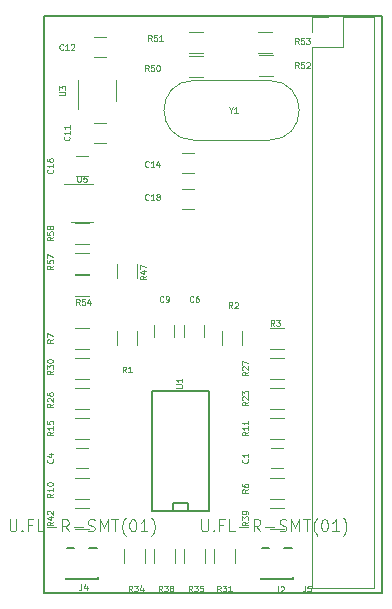
<source format=gto>
G04 #@! TF.FileFunction,Legend,Top*
%FSLAX46Y46*%
G04 Gerber Fmt 4.6, Leading zero omitted, Abs format (unit mm)*
G04 Created by KiCad (PCBNEW 4.0.6) date 08/04/17 15:07:46*
%MOMM*%
%LPD*%
G01*
G04 APERTURE LIST*
%ADD10C,0.100000*%
%ADD11C,0.200000*%
%ADD12C,0.150000*%
%ADD13C,0.120000*%
%ADD14C,0.127000*%
%ADD15C,0.125000*%
%ADD16C,0.050000*%
G04 APERTURE END LIST*
D10*
D11*
X174625000Y-143510000D02*
X172720000Y-143510000D01*
X174625000Y-94615000D02*
X174625000Y-143510000D01*
X146050000Y-94615000D02*
X174625000Y-94615000D01*
X146050000Y-143510000D02*
X146050000Y-94615000D01*
X172720000Y-143510000D02*
X146050000Y-143510000D01*
D12*
X155194000Y-126365000D02*
X160020000Y-126365000D01*
X160020000Y-126365000D02*
X160020000Y-136525000D01*
X160020000Y-136525000D02*
X155194000Y-136525000D01*
X155194000Y-136525000D02*
X155194000Y-126365000D01*
X156972000Y-136525000D02*
X156972000Y-135890000D01*
X156972000Y-135890000D02*
X158242000Y-135890000D01*
X158242000Y-135890000D02*
X158242000Y-136525000D01*
D13*
X159600000Y-121785000D02*
X159600000Y-120785000D01*
X157900000Y-120785000D02*
X157900000Y-121785000D01*
X153915000Y-121320000D02*
X153915000Y-122520000D01*
X152155000Y-122520000D02*
X152155000Y-121320000D01*
X165098000Y-105141000D02*
X158698000Y-105141000D01*
X165098000Y-100091000D02*
X158698000Y-100091000D01*
X165098000Y-100091000D02*
G75*
G02X165098000Y-105141000I0J-2525000D01*
G01*
X158698000Y-100091000D02*
G75*
G03X158698000Y-105141000I0J-2525000D01*
G01*
X166235000Y-131230000D02*
X165235000Y-131230000D01*
X165235000Y-132930000D02*
X166235000Y-132930000D01*
X148325000Y-112100000D02*
X150125000Y-112100000D01*
X150125000Y-108880000D02*
X147675000Y-108880000D01*
X166335000Y-127880000D02*
X165135000Y-127880000D01*
X165135000Y-126120000D02*
X166335000Y-126120000D01*
X166335000Y-122800000D02*
X165135000Y-122800000D01*
X165135000Y-121040000D02*
X166335000Y-121040000D01*
X165135000Y-133740000D02*
X166335000Y-133740000D01*
X166335000Y-135500000D02*
X165135000Y-135500000D01*
X155330000Y-140935000D02*
X155330000Y-139735000D01*
X157090000Y-139735000D02*
X157090000Y-140935000D01*
X165135000Y-136280000D02*
X166335000Y-136280000D01*
X166335000Y-138040000D02*
X165135000Y-138040000D01*
X160410000Y-140935000D02*
X160410000Y-139735000D01*
X162170000Y-139735000D02*
X162170000Y-140935000D01*
X148725000Y-132930000D02*
X149725000Y-132930000D01*
X149725000Y-131230000D02*
X148725000Y-131230000D01*
X157060000Y-121785000D02*
X157060000Y-120785000D01*
X155360000Y-120785000D02*
X155360000Y-121785000D01*
X150249000Y-105371000D02*
X151249000Y-105371000D01*
X151249000Y-103671000D02*
X150249000Y-103671000D01*
X150249000Y-98132000D02*
X151249000Y-98132000D01*
X151249000Y-96432000D02*
X150249000Y-96432000D01*
X157742000Y-107911000D02*
X158742000Y-107911000D01*
X158742000Y-106211000D02*
X157742000Y-106211000D01*
X149725000Y-106465000D02*
X148725000Y-106465000D01*
X148725000Y-108165000D02*
X149725000Y-108165000D01*
X158742000Y-109259000D02*
X157742000Y-109259000D01*
X157742000Y-110959000D02*
X158742000Y-110959000D01*
D14*
X167035000Y-142270000D02*
X164435000Y-142270000D01*
X167065000Y-142170000D02*
X167065000Y-142260000D01*
X164405000Y-142180000D02*
X164405000Y-142270000D01*
X166365000Y-139670000D02*
X167035000Y-139670000D01*
X164435000Y-139670000D02*
X165105000Y-139670000D01*
X150525000Y-142270000D02*
X147925000Y-142270000D01*
X150555000Y-142170000D02*
X150555000Y-142260000D01*
X147895000Y-142180000D02*
X147895000Y-142270000D01*
X149855000Y-139670000D02*
X150525000Y-139670000D01*
X147925000Y-139670000D02*
X148595000Y-139670000D01*
D13*
X162805000Y-121320000D02*
X162805000Y-122520000D01*
X161045000Y-122520000D02*
X161045000Y-121320000D01*
X148625000Y-121040000D02*
X149825000Y-121040000D01*
X149825000Y-122800000D02*
X148625000Y-122800000D01*
X149825000Y-135500000D02*
X148625000Y-135500000D01*
X148625000Y-133740000D02*
X149825000Y-133740000D01*
X166335000Y-130420000D02*
X165135000Y-130420000D01*
X165135000Y-128660000D02*
X166335000Y-128660000D01*
X148625000Y-128660000D02*
X149825000Y-128660000D01*
X149825000Y-130420000D02*
X148625000Y-130420000D01*
X148625000Y-126120000D02*
X149825000Y-126120000D01*
X149825000Y-127880000D02*
X148625000Y-127880000D01*
X165135000Y-123580000D02*
X166335000Y-123580000D01*
X166335000Y-125340000D02*
X165135000Y-125340000D01*
X149825000Y-125340000D02*
X148625000Y-125340000D01*
X148625000Y-123580000D02*
X149825000Y-123580000D01*
X152790000Y-140935000D02*
X152790000Y-139735000D01*
X154550000Y-139735000D02*
X154550000Y-140935000D01*
X157870000Y-140935000D02*
X157870000Y-139735000D01*
X159630000Y-139735000D02*
X159630000Y-140935000D01*
X149825000Y-138040000D02*
X148625000Y-138040000D01*
X148625000Y-136280000D02*
X149825000Y-136280000D01*
X152155000Y-116805000D02*
X152155000Y-115605000D01*
X153915000Y-115605000D02*
X153915000Y-116805000D01*
X158277000Y-98053000D02*
X159477000Y-98053000D01*
X159477000Y-99813000D02*
X158277000Y-99813000D01*
X158277000Y-96021000D02*
X159477000Y-96021000D01*
X159477000Y-97781000D02*
X158277000Y-97781000D01*
X164246000Y-97926000D02*
X165446000Y-97926000D01*
X165446000Y-99686000D02*
X164246000Y-99686000D01*
X164119000Y-96021000D02*
X165319000Y-96021000D01*
X165319000Y-97781000D02*
X164119000Y-97781000D01*
X149825000Y-118355000D02*
X148625000Y-118355000D01*
X148625000Y-116595000D02*
X149825000Y-116595000D01*
X149825000Y-116450000D02*
X148625000Y-116450000D01*
X148625000Y-114690000D02*
X149825000Y-114690000D01*
X148625000Y-112150000D02*
X149825000Y-112150000D01*
X149825000Y-113910000D02*
X148625000Y-113910000D01*
X152105000Y-101865000D02*
X152105000Y-100065000D01*
X148885000Y-100065000D02*
X148885000Y-102515000D01*
X168723000Y-143062000D02*
X173923000Y-143062000D01*
X168723000Y-97282000D02*
X168723000Y-143062000D01*
X173923000Y-94682000D02*
X173923000Y-143062000D01*
X168723000Y-97282000D02*
X171323000Y-97282000D01*
X171323000Y-97282000D02*
X171323000Y-94682000D01*
X171323000Y-94682000D02*
X173923000Y-94682000D01*
X168723000Y-96012000D02*
X168723000Y-94682000D01*
X168723000Y-94682000D02*
X170053000Y-94682000D01*
D15*
X157206190Y-126110952D02*
X157610952Y-126110952D01*
X157658571Y-126087143D01*
X157682381Y-126063333D01*
X157706190Y-126015714D01*
X157706190Y-125920476D01*
X157682381Y-125872857D01*
X157658571Y-125849048D01*
X157610952Y-125825238D01*
X157206190Y-125825238D01*
X157706190Y-125325238D02*
X157706190Y-125610952D01*
X157706190Y-125468095D02*
X157206190Y-125468095D01*
X157277619Y-125515714D01*
X157325238Y-125563333D01*
X157349048Y-125610952D01*
X158666667Y-118796571D02*
X158642857Y-118820381D01*
X158571429Y-118844190D01*
X158523810Y-118844190D01*
X158452381Y-118820381D01*
X158404762Y-118772762D01*
X158380953Y-118725143D01*
X158357143Y-118629905D01*
X158357143Y-118558476D01*
X158380953Y-118463238D01*
X158404762Y-118415619D01*
X158452381Y-118368000D01*
X158523810Y-118344190D01*
X158571429Y-118344190D01*
X158642857Y-118368000D01*
X158666667Y-118391810D01*
X159095238Y-118344190D02*
X159000000Y-118344190D01*
X158952381Y-118368000D01*
X158928572Y-118391810D01*
X158880953Y-118463238D01*
X158857143Y-118558476D01*
X158857143Y-118748952D01*
X158880953Y-118796571D01*
X158904762Y-118820381D01*
X158952381Y-118844190D01*
X159047619Y-118844190D01*
X159095238Y-118820381D01*
X159119048Y-118796571D01*
X159142857Y-118748952D01*
X159142857Y-118629905D01*
X159119048Y-118582286D01*
X159095238Y-118558476D01*
X159047619Y-118534667D01*
X158952381Y-118534667D01*
X158904762Y-118558476D01*
X158880953Y-118582286D01*
X158857143Y-118629905D01*
X152951667Y-124813190D02*
X152785000Y-124575095D01*
X152665953Y-124813190D02*
X152665953Y-124313190D01*
X152856429Y-124313190D01*
X152904048Y-124337000D01*
X152927857Y-124360810D01*
X152951667Y-124408429D01*
X152951667Y-124479857D01*
X152927857Y-124527476D01*
X152904048Y-124551286D01*
X152856429Y-124575095D01*
X152665953Y-124575095D01*
X153427857Y-124813190D02*
X153142143Y-124813190D01*
X153285000Y-124813190D02*
X153285000Y-124313190D01*
X153237381Y-124384619D01*
X153189762Y-124432238D01*
X153142143Y-124456048D01*
X161813906Y-102604095D02*
X161813906Y-102842190D01*
X161647239Y-102342190D02*
X161813906Y-102604095D01*
X161980572Y-102342190D01*
X162409143Y-102842190D02*
X162123429Y-102842190D01*
X162266286Y-102842190D02*
X162266286Y-102342190D01*
X162218667Y-102413619D01*
X162171048Y-102461238D01*
X162123429Y-102485048D01*
X163246571Y-132163333D02*
X163270381Y-132187143D01*
X163294190Y-132258571D01*
X163294190Y-132306190D01*
X163270381Y-132377619D01*
X163222762Y-132425238D01*
X163175143Y-132449047D01*
X163079905Y-132472857D01*
X163008476Y-132472857D01*
X162913238Y-132449047D01*
X162865619Y-132425238D01*
X162818000Y-132377619D01*
X162794190Y-132306190D01*
X162794190Y-132258571D01*
X162818000Y-132187143D01*
X162841810Y-132163333D01*
X163294190Y-131687143D02*
X163294190Y-131972857D01*
X163294190Y-131830000D02*
X162794190Y-131830000D01*
X162865619Y-131877619D01*
X162913238Y-131925238D01*
X162937048Y-131972857D01*
X148844048Y-108184190D02*
X148844048Y-108588952D01*
X148867857Y-108636571D01*
X148891667Y-108660381D01*
X148939286Y-108684190D01*
X149034524Y-108684190D01*
X149082143Y-108660381D01*
X149105952Y-108636571D01*
X149129762Y-108588952D01*
X149129762Y-108184190D01*
X149605953Y-108184190D02*
X149367858Y-108184190D01*
X149344048Y-108422286D01*
X149367858Y-108398476D01*
X149415477Y-108374667D01*
X149534524Y-108374667D01*
X149582143Y-108398476D01*
X149605953Y-108422286D01*
X149629762Y-108469905D01*
X149629762Y-108588952D01*
X149605953Y-108636571D01*
X149582143Y-108660381D01*
X149534524Y-108684190D01*
X149415477Y-108684190D01*
X149367858Y-108660381D01*
X149344048Y-108636571D01*
X163294190Y-127321428D02*
X163056095Y-127488095D01*
X163294190Y-127607142D02*
X162794190Y-127607142D01*
X162794190Y-127416666D01*
X162818000Y-127369047D01*
X162841810Y-127345238D01*
X162889429Y-127321428D01*
X162960857Y-127321428D01*
X163008476Y-127345238D01*
X163032286Y-127369047D01*
X163056095Y-127416666D01*
X163056095Y-127607142D01*
X162841810Y-127130952D02*
X162818000Y-127107142D01*
X162794190Y-127059523D01*
X162794190Y-126940476D01*
X162818000Y-126892857D01*
X162841810Y-126869047D01*
X162889429Y-126845238D01*
X162937048Y-126845238D01*
X163008476Y-126869047D01*
X163294190Y-127154761D01*
X163294190Y-126845238D01*
X162794190Y-126678571D02*
X162794190Y-126369048D01*
X162984667Y-126535714D01*
X162984667Y-126464286D01*
X163008476Y-126416667D01*
X163032286Y-126392857D01*
X163079905Y-126369048D01*
X163198952Y-126369048D01*
X163246571Y-126392857D01*
X163270381Y-126416667D01*
X163294190Y-126464286D01*
X163294190Y-126607143D01*
X163270381Y-126654762D01*
X163246571Y-126678571D01*
X165524667Y-120876190D02*
X165358000Y-120638095D01*
X165238953Y-120876190D02*
X165238953Y-120376190D01*
X165429429Y-120376190D01*
X165477048Y-120400000D01*
X165500857Y-120423810D01*
X165524667Y-120471429D01*
X165524667Y-120542857D01*
X165500857Y-120590476D01*
X165477048Y-120614286D01*
X165429429Y-120638095D01*
X165238953Y-120638095D01*
X165691334Y-120376190D02*
X166000857Y-120376190D01*
X165834191Y-120566667D01*
X165905619Y-120566667D01*
X165953238Y-120590476D01*
X165977048Y-120614286D01*
X166000857Y-120661905D01*
X166000857Y-120780952D01*
X165977048Y-120828571D01*
X165953238Y-120852381D01*
X165905619Y-120876190D01*
X165762762Y-120876190D01*
X165715143Y-120852381D01*
X165691334Y-120828571D01*
X163294190Y-134703333D02*
X163056095Y-134870000D01*
X163294190Y-134989047D02*
X162794190Y-134989047D01*
X162794190Y-134798571D01*
X162818000Y-134750952D01*
X162841810Y-134727143D01*
X162889429Y-134703333D01*
X162960857Y-134703333D01*
X163008476Y-134727143D01*
X163032286Y-134750952D01*
X163056095Y-134798571D01*
X163056095Y-134989047D01*
X162794190Y-134274762D02*
X162794190Y-134370000D01*
X162818000Y-134417619D01*
X162841810Y-134441428D01*
X162913238Y-134489047D01*
X163008476Y-134512857D01*
X163198952Y-134512857D01*
X163246571Y-134489047D01*
X163270381Y-134465238D01*
X163294190Y-134417619D01*
X163294190Y-134322381D01*
X163270381Y-134274762D01*
X163246571Y-134250952D01*
X163198952Y-134227143D01*
X163079905Y-134227143D01*
X163032286Y-134250952D01*
X163008476Y-134274762D01*
X162984667Y-134322381D01*
X162984667Y-134417619D01*
X163008476Y-134465238D01*
X163032286Y-134489047D01*
X163079905Y-134512857D01*
X156015572Y-143355190D02*
X155848905Y-143117095D01*
X155729858Y-143355190D02*
X155729858Y-142855190D01*
X155920334Y-142855190D01*
X155967953Y-142879000D01*
X155991762Y-142902810D01*
X156015572Y-142950429D01*
X156015572Y-143021857D01*
X155991762Y-143069476D01*
X155967953Y-143093286D01*
X155920334Y-143117095D01*
X155729858Y-143117095D01*
X156182239Y-142855190D02*
X156491762Y-142855190D01*
X156325096Y-143045667D01*
X156396524Y-143045667D01*
X156444143Y-143069476D01*
X156467953Y-143093286D01*
X156491762Y-143140905D01*
X156491762Y-143259952D01*
X156467953Y-143307571D01*
X156444143Y-143331381D01*
X156396524Y-143355190D01*
X156253667Y-143355190D01*
X156206048Y-143331381D01*
X156182239Y-143307571D01*
X156777476Y-143069476D02*
X156729857Y-143045667D01*
X156706048Y-143021857D01*
X156682238Y-142974238D01*
X156682238Y-142950429D01*
X156706048Y-142902810D01*
X156729857Y-142879000D01*
X156777476Y-142855190D01*
X156872714Y-142855190D01*
X156920333Y-142879000D01*
X156944143Y-142902810D01*
X156967952Y-142950429D01*
X156967952Y-142974238D01*
X156944143Y-143021857D01*
X156920333Y-143045667D01*
X156872714Y-143069476D01*
X156777476Y-143069476D01*
X156729857Y-143093286D01*
X156706048Y-143117095D01*
X156682238Y-143164714D01*
X156682238Y-143259952D01*
X156706048Y-143307571D01*
X156729857Y-143331381D01*
X156777476Y-143355190D01*
X156872714Y-143355190D01*
X156920333Y-143331381D01*
X156944143Y-143307571D01*
X156967952Y-143259952D01*
X156967952Y-143164714D01*
X156944143Y-143117095D01*
X156920333Y-143093286D01*
X156872714Y-143069476D01*
X163294190Y-137481428D02*
X163056095Y-137648095D01*
X163294190Y-137767142D02*
X162794190Y-137767142D01*
X162794190Y-137576666D01*
X162818000Y-137529047D01*
X162841810Y-137505238D01*
X162889429Y-137481428D01*
X162960857Y-137481428D01*
X163008476Y-137505238D01*
X163032286Y-137529047D01*
X163056095Y-137576666D01*
X163056095Y-137767142D01*
X162794190Y-137314761D02*
X162794190Y-137005238D01*
X162984667Y-137171904D01*
X162984667Y-137100476D01*
X163008476Y-137052857D01*
X163032286Y-137029047D01*
X163079905Y-137005238D01*
X163198952Y-137005238D01*
X163246571Y-137029047D01*
X163270381Y-137052857D01*
X163294190Y-137100476D01*
X163294190Y-137243333D01*
X163270381Y-137290952D01*
X163246571Y-137314761D01*
X163294190Y-136767143D02*
X163294190Y-136671905D01*
X163270381Y-136624286D01*
X163246571Y-136600476D01*
X163175143Y-136552857D01*
X163079905Y-136529048D01*
X162889429Y-136529048D01*
X162841810Y-136552857D01*
X162818000Y-136576667D01*
X162794190Y-136624286D01*
X162794190Y-136719524D01*
X162818000Y-136767143D01*
X162841810Y-136790952D01*
X162889429Y-136814762D01*
X163008476Y-136814762D01*
X163056095Y-136790952D01*
X163079905Y-136767143D01*
X163103714Y-136719524D01*
X163103714Y-136624286D01*
X163079905Y-136576667D01*
X163056095Y-136552857D01*
X163008476Y-136529048D01*
X160968572Y-143355190D02*
X160801905Y-143117095D01*
X160682858Y-143355190D02*
X160682858Y-142855190D01*
X160873334Y-142855190D01*
X160920953Y-142879000D01*
X160944762Y-142902810D01*
X160968572Y-142950429D01*
X160968572Y-143021857D01*
X160944762Y-143069476D01*
X160920953Y-143093286D01*
X160873334Y-143117095D01*
X160682858Y-143117095D01*
X161135239Y-142855190D02*
X161444762Y-142855190D01*
X161278096Y-143045667D01*
X161349524Y-143045667D01*
X161397143Y-143069476D01*
X161420953Y-143093286D01*
X161444762Y-143140905D01*
X161444762Y-143259952D01*
X161420953Y-143307571D01*
X161397143Y-143331381D01*
X161349524Y-143355190D01*
X161206667Y-143355190D01*
X161159048Y-143331381D01*
X161135239Y-143307571D01*
X161920952Y-143355190D02*
X161635238Y-143355190D01*
X161778095Y-143355190D02*
X161778095Y-142855190D01*
X161730476Y-142926619D01*
X161682857Y-142974238D01*
X161635238Y-142998048D01*
X146736571Y-132163333D02*
X146760381Y-132187143D01*
X146784190Y-132258571D01*
X146784190Y-132306190D01*
X146760381Y-132377619D01*
X146712762Y-132425238D01*
X146665143Y-132449047D01*
X146569905Y-132472857D01*
X146498476Y-132472857D01*
X146403238Y-132449047D01*
X146355619Y-132425238D01*
X146308000Y-132377619D01*
X146284190Y-132306190D01*
X146284190Y-132258571D01*
X146308000Y-132187143D01*
X146331810Y-132163333D01*
X146450857Y-131734762D02*
X146784190Y-131734762D01*
X146260381Y-131853809D02*
X146617524Y-131972857D01*
X146617524Y-131663333D01*
X156126667Y-118796571D02*
X156102857Y-118820381D01*
X156031429Y-118844190D01*
X155983810Y-118844190D01*
X155912381Y-118820381D01*
X155864762Y-118772762D01*
X155840953Y-118725143D01*
X155817143Y-118629905D01*
X155817143Y-118558476D01*
X155840953Y-118463238D01*
X155864762Y-118415619D01*
X155912381Y-118368000D01*
X155983810Y-118344190D01*
X156031429Y-118344190D01*
X156102857Y-118368000D01*
X156126667Y-118391810D01*
X156364762Y-118844190D02*
X156460000Y-118844190D01*
X156507619Y-118820381D01*
X156531429Y-118796571D01*
X156579048Y-118725143D01*
X156602857Y-118629905D01*
X156602857Y-118439429D01*
X156579048Y-118391810D01*
X156555238Y-118368000D01*
X156507619Y-118344190D01*
X156412381Y-118344190D01*
X156364762Y-118368000D01*
X156340953Y-118391810D01*
X156317143Y-118439429D01*
X156317143Y-118558476D01*
X156340953Y-118606095D01*
X156364762Y-118629905D01*
X156412381Y-118653714D01*
X156507619Y-118653714D01*
X156555238Y-118629905D01*
X156579048Y-118606095D01*
X156602857Y-118558476D01*
X148133571Y-104842428D02*
X148157381Y-104866238D01*
X148181190Y-104937666D01*
X148181190Y-104985285D01*
X148157381Y-105056714D01*
X148109762Y-105104333D01*
X148062143Y-105128142D01*
X147966905Y-105151952D01*
X147895476Y-105151952D01*
X147800238Y-105128142D01*
X147752619Y-105104333D01*
X147705000Y-105056714D01*
X147681190Y-104985285D01*
X147681190Y-104937666D01*
X147705000Y-104866238D01*
X147728810Y-104842428D01*
X148181190Y-104366238D02*
X148181190Y-104651952D01*
X148181190Y-104509095D02*
X147681190Y-104509095D01*
X147752619Y-104556714D01*
X147800238Y-104604333D01*
X147824048Y-104651952D01*
X148181190Y-103890048D02*
X148181190Y-104175762D01*
X148181190Y-104032905D02*
X147681190Y-104032905D01*
X147752619Y-104080524D01*
X147800238Y-104128143D01*
X147824048Y-104175762D01*
X147633572Y-97460571D02*
X147609762Y-97484381D01*
X147538334Y-97508190D01*
X147490715Y-97508190D01*
X147419286Y-97484381D01*
X147371667Y-97436762D01*
X147347858Y-97389143D01*
X147324048Y-97293905D01*
X147324048Y-97222476D01*
X147347858Y-97127238D01*
X147371667Y-97079619D01*
X147419286Y-97032000D01*
X147490715Y-97008190D01*
X147538334Y-97008190D01*
X147609762Y-97032000D01*
X147633572Y-97055810D01*
X148109762Y-97508190D02*
X147824048Y-97508190D01*
X147966905Y-97508190D02*
X147966905Y-97008190D01*
X147919286Y-97079619D01*
X147871667Y-97127238D01*
X147824048Y-97151048D01*
X148300238Y-97055810D02*
X148324048Y-97032000D01*
X148371667Y-97008190D01*
X148490714Y-97008190D01*
X148538333Y-97032000D01*
X148562143Y-97055810D01*
X148585952Y-97103429D01*
X148585952Y-97151048D01*
X148562143Y-97222476D01*
X148276429Y-97508190D01*
X148585952Y-97508190D01*
X154872572Y-107366571D02*
X154848762Y-107390381D01*
X154777334Y-107414190D01*
X154729715Y-107414190D01*
X154658286Y-107390381D01*
X154610667Y-107342762D01*
X154586858Y-107295143D01*
X154563048Y-107199905D01*
X154563048Y-107128476D01*
X154586858Y-107033238D01*
X154610667Y-106985619D01*
X154658286Y-106938000D01*
X154729715Y-106914190D01*
X154777334Y-106914190D01*
X154848762Y-106938000D01*
X154872572Y-106961810D01*
X155348762Y-107414190D02*
X155063048Y-107414190D01*
X155205905Y-107414190D02*
X155205905Y-106914190D01*
X155158286Y-106985619D01*
X155110667Y-107033238D01*
X155063048Y-107057048D01*
X155777333Y-107080857D02*
X155777333Y-107414190D01*
X155658286Y-106890381D02*
X155539238Y-107247524D01*
X155848762Y-107247524D01*
X146736571Y-107636428D02*
X146760381Y-107660238D01*
X146784190Y-107731666D01*
X146784190Y-107779285D01*
X146760381Y-107850714D01*
X146712762Y-107898333D01*
X146665143Y-107922142D01*
X146569905Y-107945952D01*
X146498476Y-107945952D01*
X146403238Y-107922142D01*
X146355619Y-107898333D01*
X146308000Y-107850714D01*
X146284190Y-107779285D01*
X146284190Y-107731666D01*
X146308000Y-107660238D01*
X146331810Y-107636428D01*
X146784190Y-107160238D02*
X146784190Y-107445952D01*
X146784190Y-107303095D02*
X146284190Y-107303095D01*
X146355619Y-107350714D01*
X146403238Y-107398333D01*
X146427048Y-107445952D01*
X146284190Y-106731667D02*
X146284190Y-106826905D01*
X146308000Y-106874524D01*
X146331810Y-106898333D01*
X146403238Y-106945952D01*
X146498476Y-106969762D01*
X146688952Y-106969762D01*
X146736571Y-106945952D01*
X146760381Y-106922143D01*
X146784190Y-106874524D01*
X146784190Y-106779286D01*
X146760381Y-106731667D01*
X146736571Y-106707857D01*
X146688952Y-106684048D01*
X146569905Y-106684048D01*
X146522286Y-106707857D01*
X146498476Y-106731667D01*
X146474667Y-106779286D01*
X146474667Y-106874524D01*
X146498476Y-106922143D01*
X146522286Y-106945952D01*
X146569905Y-106969762D01*
X154872572Y-110160571D02*
X154848762Y-110184381D01*
X154777334Y-110208190D01*
X154729715Y-110208190D01*
X154658286Y-110184381D01*
X154610667Y-110136762D01*
X154586858Y-110089143D01*
X154563048Y-109993905D01*
X154563048Y-109922476D01*
X154586858Y-109827238D01*
X154610667Y-109779619D01*
X154658286Y-109732000D01*
X154729715Y-109708190D01*
X154777334Y-109708190D01*
X154848762Y-109732000D01*
X154872572Y-109755810D01*
X155348762Y-110208190D02*
X155063048Y-110208190D01*
X155205905Y-110208190D02*
X155205905Y-109708190D01*
X155158286Y-109779619D01*
X155110667Y-109827238D01*
X155063048Y-109851048D01*
X155634476Y-109922476D02*
X155586857Y-109898667D01*
X155563048Y-109874857D01*
X155539238Y-109827238D01*
X155539238Y-109803429D01*
X155563048Y-109755810D01*
X155586857Y-109732000D01*
X155634476Y-109708190D01*
X155729714Y-109708190D01*
X155777333Y-109732000D01*
X155801143Y-109755810D01*
X155824952Y-109803429D01*
X155824952Y-109827238D01*
X155801143Y-109874857D01*
X155777333Y-109898667D01*
X155729714Y-109922476D01*
X155634476Y-109922476D01*
X155586857Y-109946286D01*
X155563048Y-109970095D01*
X155539238Y-110017714D01*
X155539238Y-110112952D01*
X155563048Y-110160571D01*
X155586857Y-110184381D01*
X155634476Y-110208190D01*
X155729714Y-110208190D01*
X155777333Y-110184381D01*
X155801143Y-110160571D01*
X155824952Y-110112952D01*
X155824952Y-110017714D01*
X155801143Y-109970095D01*
X155777333Y-109946286D01*
X155729714Y-109922476D01*
X165828334Y-142931190D02*
X165828334Y-143288333D01*
X165804524Y-143359762D01*
X165756905Y-143407381D01*
X165685477Y-143431190D01*
X165637858Y-143431190D01*
X166042619Y-142978810D02*
X166066429Y-142955000D01*
X166114048Y-142931190D01*
X166233095Y-142931190D01*
X166280714Y-142955000D01*
X166304524Y-142978810D01*
X166328333Y-143026429D01*
X166328333Y-143074048D01*
X166304524Y-143145476D01*
X166018810Y-143431190D01*
X166328333Y-143431190D01*
D16*
X159338143Y-137247381D02*
X159338143Y-138056905D01*
X159385762Y-138152143D01*
X159433381Y-138199762D01*
X159528619Y-138247381D01*
X159719096Y-138247381D01*
X159814334Y-138199762D01*
X159861953Y-138152143D01*
X159909572Y-138056905D01*
X159909572Y-137247381D01*
X160385762Y-138152143D02*
X160433381Y-138199762D01*
X160385762Y-138247381D01*
X160338143Y-138199762D01*
X160385762Y-138152143D01*
X160385762Y-138247381D01*
X161195286Y-137723571D02*
X160861952Y-137723571D01*
X160861952Y-138247381D02*
X160861952Y-137247381D01*
X161338143Y-137247381D01*
X162195286Y-138247381D02*
X161719095Y-138247381D01*
X161719095Y-137247381D01*
X162528619Y-137866429D02*
X163290524Y-137866429D01*
X164338143Y-138247381D02*
X164004809Y-137771190D01*
X163766714Y-138247381D02*
X163766714Y-137247381D01*
X164147667Y-137247381D01*
X164242905Y-137295000D01*
X164290524Y-137342619D01*
X164338143Y-137437857D01*
X164338143Y-137580714D01*
X164290524Y-137675952D01*
X164242905Y-137723571D01*
X164147667Y-137771190D01*
X163766714Y-137771190D01*
X164766714Y-137866429D02*
X165528619Y-137866429D01*
X165957190Y-138199762D02*
X166100047Y-138247381D01*
X166338143Y-138247381D01*
X166433381Y-138199762D01*
X166481000Y-138152143D01*
X166528619Y-138056905D01*
X166528619Y-137961667D01*
X166481000Y-137866429D01*
X166433381Y-137818810D01*
X166338143Y-137771190D01*
X166147666Y-137723571D01*
X166052428Y-137675952D01*
X166004809Y-137628333D01*
X165957190Y-137533095D01*
X165957190Y-137437857D01*
X166004809Y-137342619D01*
X166052428Y-137295000D01*
X166147666Y-137247381D01*
X166385762Y-137247381D01*
X166528619Y-137295000D01*
X166957190Y-138247381D02*
X166957190Y-137247381D01*
X167290524Y-137961667D01*
X167623857Y-137247381D01*
X167623857Y-138247381D01*
X167957190Y-137247381D02*
X168528619Y-137247381D01*
X168242904Y-138247381D02*
X168242904Y-137247381D01*
X169147667Y-138628333D02*
X169100047Y-138580714D01*
X169004809Y-138437857D01*
X168957190Y-138342619D01*
X168909571Y-138199762D01*
X168861952Y-137961667D01*
X168861952Y-137771190D01*
X168909571Y-137533095D01*
X168957190Y-137390238D01*
X169004809Y-137295000D01*
X169100047Y-137152143D01*
X169147667Y-137104524D01*
X169719095Y-137247381D02*
X169814334Y-137247381D01*
X169909572Y-137295000D01*
X169957191Y-137342619D01*
X170004810Y-137437857D01*
X170052429Y-137628333D01*
X170052429Y-137866429D01*
X170004810Y-138056905D01*
X169957191Y-138152143D01*
X169909572Y-138199762D01*
X169814334Y-138247381D01*
X169719095Y-138247381D01*
X169623857Y-138199762D01*
X169576238Y-138152143D01*
X169528619Y-138056905D01*
X169481000Y-137866429D01*
X169481000Y-137628333D01*
X169528619Y-137437857D01*
X169576238Y-137342619D01*
X169623857Y-137295000D01*
X169719095Y-137247381D01*
X171004810Y-138247381D02*
X170433381Y-138247381D01*
X170719095Y-138247381D02*
X170719095Y-137247381D01*
X170623857Y-137390238D01*
X170528619Y-137485476D01*
X170433381Y-137533095D01*
X171338143Y-138628333D02*
X171385762Y-138580714D01*
X171481000Y-138437857D01*
X171528619Y-138342619D01*
X171576238Y-138199762D01*
X171623857Y-137961667D01*
X171623857Y-137771190D01*
X171576238Y-137533095D01*
X171528619Y-137390238D01*
X171481000Y-137295000D01*
X171385762Y-137152143D01*
X171338143Y-137104524D01*
D15*
X149185334Y-142728190D02*
X149185334Y-143085333D01*
X149161524Y-143156762D01*
X149113905Y-143204381D01*
X149042477Y-143228190D01*
X148994858Y-143228190D01*
X149637714Y-142894857D02*
X149637714Y-143228190D01*
X149518667Y-142704381D02*
X149399619Y-143061524D01*
X149709143Y-143061524D01*
D16*
X143107143Y-137257381D02*
X143107143Y-138066905D01*
X143154762Y-138162143D01*
X143202381Y-138209762D01*
X143297619Y-138257381D01*
X143488096Y-138257381D01*
X143583334Y-138209762D01*
X143630953Y-138162143D01*
X143678572Y-138066905D01*
X143678572Y-137257381D01*
X144154762Y-138162143D02*
X144202381Y-138209762D01*
X144154762Y-138257381D01*
X144107143Y-138209762D01*
X144154762Y-138162143D01*
X144154762Y-138257381D01*
X144964286Y-137733571D02*
X144630952Y-137733571D01*
X144630952Y-138257381D02*
X144630952Y-137257381D01*
X145107143Y-137257381D01*
X145964286Y-138257381D02*
X145488095Y-138257381D01*
X145488095Y-137257381D01*
X146297619Y-137876429D02*
X147059524Y-137876429D01*
X148107143Y-138257381D02*
X147773809Y-137781190D01*
X147535714Y-138257381D02*
X147535714Y-137257381D01*
X147916667Y-137257381D01*
X148011905Y-137305000D01*
X148059524Y-137352619D01*
X148107143Y-137447857D01*
X148107143Y-137590714D01*
X148059524Y-137685952D01*
X148011905Y-137733571D01*
X147916667Y-137781190D01*
X147535714Y-137781190D01*
X148535714Y-137876429D02*
X149297619Y-137876429D01*
X149726190Y-138209762D02*
X149869047Y-138257381D01*
X150107143Y-138257381D01*
X150202381Y-138209762D01*
X150250000Y-138162143D01*
X150297619Y-138066905D01*
X150297619Y-137971667D01*
X150250000Y-137876429D01*
X150202381Y-137828810D01*
X150107143Y-137781190D01*
X149916666Y-137733571D01*
X149821428Y-137685952D01*
X149773809Y-137638333D01*
X149726190Y-137543095D01*
X149726190Y-137447857D01*
X149773809Y-137352619D01*
X149821428Y-137305000D01*
X149916666Y-137257381D01*
X150154762Y-137257381D01*
X150297619Y-137305000D01*
X150726190Y-138257381D02*
X150726190Y-137257381D01*
X151059524Y-137971667D01*
X151392857Y-137257381D01*
X151392857Y-138257381D01*
X151726190Y-137257381D02*
X152297619Y-137257381D01*
X152011904Y-138257381D02*
X152011904Y-137257381D01*
X152916667Y-138638333D02*
X152869047Y-138590714D01*
X152773809Y-138447857D01*
X152726190Y-138352619D01*
X152678571Y-138209762D01*
X152630952Y-137971667D01*
X152630952Y-137781190D01*
X152678571Y-137543095D01*
X152726190Y-137400238D01*
X152773809Y-137305000D01*
X152869047Y-137162143D01*
X152916667Y-137114524D01*
X153488095Y-137257381D02*
X153583334Y-137257381D01*
X153678572Y-137305000D01*
X153726191Y-137352619D01*
X153773810Y-137447857D01*
X153821429Y-137638333D01*
X153821429Y-137876429D01*
X153773810Y-138066905D01*
X153726191Y-138162143D01*
X153678572Y-138209762D01*
X153583334Y-138257381D01*
X153488095Y-138257381D01*
X153392857Y-138209762D01*
X153345238Y-138162143D01*
X153297619Y-138066905D01*
X153250000Y-137876429D01*
X153250000Y-137638333D01*
X153297619Y-137447857D01*
X153345238Y-137352619D01*
X153392857Y-137305000D01*
X153488095Y-137257381D01*
X154773810Y-138257381D02*
X154202381Y-138257381D01*
X154488095Y-138257381D02*
X154488095Y-137257381D01*
X154392857Y-137400238D01*
X154297619Y-137495476D01*
X154202381Y-137543095D01*
X155107143Y-138638333D02*
X155154762Y-138590714D01*
X155250000Y-138447857D01*
X155297619Y-138352619D01*
X155345238Y-138209762D01*
X155392857Y-137971667D01*
X155392857Y-137781190D01*
X155345238Y-137543095D01*
X155297619Y-137400238D01*
X155250000Y-137305000D01*
X155154762Y-137162143D01*
X155107143Y-137114524D01*
D15*
X161968667Y-119352190D02*
X161802000Y-119114095D01*
X161682953Y-119352190D02*
X161682953Y-118852190D01*
X161873429Y-118852190D01*
X161921048Y-118876000D01*
X161944857Y-118899810D01*
X161968667Y-118947429D01*
X161968667Y-119018857D01*
X161944857Y-119066476D01*
X161921048Y-119090286D01*
X161873429Y-119114095D01*
X161682953Y-119114095D01*
X162159143Y-118899810D02*
X162182953Y-118876000D01*
X162230572Y-118852190D01*
X162349619Y-118852190D01*
X162397238Y-118876000D01*
X162421048Y-118899810D01*
X162444857Y-118947429D01*
X162444857Y-118995048D01*
X162421048Y-119066476D01*
X162135334Y-119352190D01*
X162444857Y-119352190D01*
X146784190Y-122003333D02*
X146546095Y-122170000D01*
X146784190Y-122289047D02*
X146284190Y-122289047D01*
X146284190Y-122098571D01*
X146308000Y-122050952D01*
X146331810Y-122027143D01*
X146379429Y-122003333D01*
X146450857Y-122003333D01*
X146498476Y-122027143D01*
X146522286Y-122050952D01*
X146546095Y-122098571D01*
X146546095Y-122289047D01*
X146284190Y-121836666D02*
X146284190Y-121503333D01*
X146784190Y-121717619D01*
X146784190Y-135068428D02*
X146546095Y-135235095D01*
X146784190Y-135354142D02*
X146284190Y-135354142D01*
X146284190Y-135163666D01*
X146308000Y-135116047D01*
X146331810Y-135092238D01*
X146379429Y-135068428D01*
X146450857Y-135068428D01*
X146498476Y-135092238D01*
X146522286Y-135116047D01*
X146546095Y-135163666D01*
X146546095Y-135354142D01*
X146784190Y-134592238D02*
X146784190Y-134877952D01*
X146784190Y-134735095D02*
X146284190Y-134735095D01*
X146355619Y-134782714D01*
X146403238Y-134830333D01*
X146427048Y-134877952D01*
X146284190Y-134282714D02*
X146284190Y-134235095D01*
X146308000Y-134187476D01*
X146331810Y-134163667D01*
X146379429Y-134139857D01*
X146474667Y-134116048D01*
X146593714Y-134116048D01*
X146688952Y-134139857D01*
X146736571Y-134163667D01*
X146760381Y-134187476D01*
X146784190Y-134235095D01*
X146784190Y-134282714D01*
X146760381Y-134330333D01*
X146736571Y-134354143D01*
X146688952Y-134377952D01*
X146593714Y-134401762D01*
X146474667Y-134401762D01*
X146379429Y-134377952D01*
X146331810Y-134354143D01*
X146308000Y-134330333D01*
X146284190Y-134282714D01*
X163294190Y-129861428D02*
X163056095Y-130028095D01*
X163294190Y-130147142D02*
X162794190Y-130147142D01*
X162794190Y-129956666D01*
X162818000Y-129909047D01*
X162841810Y-129885238D01*
X162889429Y-129861428D01*
X162960857Y-129861428D01*
X163008476Y-129885238D01*
X163032286Y-129909047D01*
X163056095Y-129956666D01*
X163056095Y-130147142D01*
X163294190Y-129385238D02*
X163294190Y-129670952D01*
X163294190Y-129528095D02*
X162794190Y-129528095D01*
X162865619Y-129575714D01*
X162913238Y-129623333D01*
X162937048Y-129670952D01*
X163294190Y-128909048D02*
X163294190Y-129194762D01*
X163294190Y-129051905D02*
X162794190Y-129051905D01*
X162865619Y-129099524D01*
X162913238Y-129147143D01*
X162937048Y-129194762D01*
X146784190Y-129861428D02*
X146546095Y-130028095D01*
X146784190Y-130147142D02*
X146284190Y-130147142D01*
X146284190Y-129956666D01*
X146308000Y-129909047D01*
X146331810Y-129885238D01*
X146379429Y-129861428D01*
X146450857Y-129861428D01*
X146498476Y-129885238D01*
X146522286Y-129909047D01*
X146546095Y-129956666D01*
X146546095Y-130147142D01*
X146784190Y-129385238D02*
X146784190Y-129670952D01*
X146784190Y-129528095D02*
X146284190Y-129528095D01*
X146355619Y-129575714D01*
X146403238Y-129623333D01*
X146427048Y-129670952D01*
X146284190Y-128932857D02*
X146284190Y-129170952D01*
X146522286Y-129194762D01*
X146498476Y-129170952D01*
X146474667Y-129123333D01*
X146474667Y-129004286D01*
X146498476Y-128956667D01*
X146522286Y-128932857D01*
X146569905Y-128909048D01*
X146688952Y-128909048D01*
X146736571Y-128932857D01*
X146760381Y-128956667D01*
X146784190Y-129004286D01*
X146784190Y-129123333D01*
X146760381Y-129170952D01*
X146736571Y-129194762D01*
X146784190Y-127448428D02*
X146546095Y-127615095D01*
X146784190Y-127734142D02*
X146284190Y-127734142D01*
X146284190Y-127543666D01*
X146308000Y-127496047D01*
X146331810Y-127472238D01*
X146379429Y-127448428D01*
X146450857Y-127448428D01*
X146498476Y-127472238D01*
X146522286Y-127496047D01*
X146546095Y-127543666D01*
X146546095Y-127734142D01*
X146331810Y-127257952D02*
X146308000Y-127234142D01*
X146284190Y-127186523D01*
X146284190Y-127067476D01*
X146308000Y-127019857D01*
X146331810Y-126996047D01*
X146379429Y-126972238D01*
X146427048Y-126972238D01*
X146498476Y-126996047D01*
X146784190Y-127281761D01*
X146784190Y-126972238D01*
X146284190Y-126543667D02*
X146284190Y-126638905D01*
X146308000Y-126686524D01*
X146331810Y-126710333D01*
X146403238Y-126757952D01*
X146498476Y-126781762D01*
X146688952Y-126781762D01*
X146736571Y-126757952D01*
X146760381Y-126734143D01*
X146784190Y-126686524D01*
X146784190Y-126591286D01*
X146760381Y-126543667D01*
X146736571Y-126519857D01*
X146688952Y-126496048D01*
X146569905Y-126496048D01*
X146522286Y-126519857D01*
X146498476Y-126543667D01*
X146474667Y-126591286D01*
X146474667Y-126686524D01*
X146498476Y-126734143D01*
X146522286Y-126757952D01*
X146569905Y-126781762D01*
X163294190Y-124781428D02*
X163056095Y-124948095D01*
X163294190Y-125067142D02*
X162794190Y-125067142D01*
X162794190Y-124876666D01*
X162818000Y-124829047D01*
X162841810Y-124805238D01*
X162889429Y-124781428D01*
X162960857Y-124781428D01*
X163008476Y-124805238D01*
X163032286Y-124829047D01*
X163056095Y-124876666D01*
X163056095Y-125067142D01*
X162841810Y-124590952D02*
X162818000Y-124567142D01*
X162794190Y-124519523D01*
X162794190Y-124400476D01*
X162818000Y-124352857D01*
X162841810Y-124329047D01*
X162889429Y-124305238D01*
X162937048Y-124305238D01*
X163008476Y-124329047D01*
X163294190Y-124614761D01*
X163294190Y-124305238D01*
X162794190Y-124138571D02*
X162794190Y-123805238D01*
X163294190Y-124019524D01*
X146784190Y-124654428D02*
X146546095Y-124821095D01*
X146784190Y-124940142D02*
X146284190Y-124940142D01*
X146284190Y-124749666D01*
X146308000Y-124702047D01*
X146331810Y-124678238D01*
X146379429Y-124654428D01*
X146450857Y-124654428D01*
X146498476Y-124678238D01*
X146522286Y-124702047D01*
X146546095Y-124749666D01*
X146546095Y-124940142D01*
X146284190Y-124487761D02*
X146284190Y-124178238D01*
X146474667Y-124344904D01*
X146474667Y-124273476D01*
X146498476Y-124225857D01*
X146522286Y-124202047D01*
X146569905Y-124178238D01*
X146688952Y-124178238D01*
X146736571Y-124202047D01*
X146760381Y-124225857D01*
X146784190Y-124273476D01*
X146784190Y-124416333D01*
X146760381Y-124463952D01*
X146736571Y-124487761D01*
X146284190Y-123868714D02*
X146284190Y-123821095D01*
X146308000Y-123773476D01*
X146331810Y-123749667D01*
X146379429Y-123725857D01*
X146474667Y-123702048D01*
X146593714Y-123702048D01*
X146688952Y-123725857D01*
X146736571Y-123749667D01*
X146760381Y-123773476D01*
X146784190Y-123821095D01*
X146784190Y-123868714D01*
X146760381Y-123916333D01*
X146736571Y-123940143D01*
X146688952Y-123963952D01*
X146593714Y-123987762D01*
X146474667Y-123987762D01*
X146379429Y-123963952D01*
X146331810Y-123940143D01*
X146308000Y-123916333D01*
X146284190Y-123868714D01*
X153475572Y-143355190D02*
X153308905Y-143117095D01*
X153189858Y-143355190D02*
X153189858Y-142855190D01*
X153380334Y-142855190D01*
X153427953Y-142879000D01*
X153451762Y-142902810D01*
X153475572Y-142950429D01*
X153475572Y-143021857D01*
X153451762Y-143069476D01*
X153427953Y-143093286D01*
X153380334Y-143117095D01*
X153189858Y-143117095D01*
X153642239Y-142855190D02*
X153951762Y-142855190D01*
X153785096Y-143045667D01*
X153856524Y-143045667D01*
X153904143Y-143069476D01*
X153927953Y-143093286D01*
X153951762Y-143140905D01*
X153951762Y-143259952D01*
X153927953Y-143307571D01*
X153904143Y-143331381D01*
X153856524Y-143355190D01*
X153713667Y-143355190D01*
X153666048Y-143331381D01*
X153642239Y-143307571D01*
X154380333Y-143021857D02*
X154380333Y-143355190D01*
X154261286Y-142831381D02*
X154142238Y-143188524D01*
X154451762Y-143188524D01*
X158555572Y-143355190D02*
X158388905Y-143117095D01*
X158269858Y-143355190D02*
X158269858Y-142855190D01*
X158460334Y-142855190D01*
X158507953Y-142879000D01*
X158531762Y-142902810D01*
X158555572Y-142950429D01*
X158555572Y-143021857D01*
X158531762Y-143069476D01*
X158507953Y-143093286D01*
X158460334Y-143117095D01*
X158269858Y-143117095D01*
X158722239Y-142855190D02*
X159031762Y-142855190D01*
X158865096Y-143045667D01*
X158936524Y-143045667D01*
X158984143Y-143069476D01*
X159007953Y-143093286D01*
X159031762Y-143140905D01*
X159031762Y-143259952D01*
X159007953Y-143307571D01*
X158984143Y-143331381D01*
X158936524Y-143355190D01*
X158793667Y-143355190D01*
X158746048Y-143331381D01*
X158722239Y-143307571D01*
X159484143Y-142855190D02*
X159246048Y-142855190D01*
X159222238Y-143093286D01*
X159246048Y-143069476D01*
X159293667Y-143045667D01*
X159412714Y-143045667D01*
X159460333Y-143069476D01*
X159484143Y-143093286D01*
X159507952Y-143140905D01*
X159507952Y-143259952D01*
X159484143Y-143307571D01*
X159460333Y-143331381D01*
X159412714Y-143355190D01*
X159293667Y-143355190D01*
X159246048Y-143331381D01*
X159222238Y-143307571D01*
X146784190Y-137481428D02*
X146546095Y-137648095D01*
X146784190Y-137767142D02*
X146284190Y-137767142D01*
X146284190Y-137576666D01*
X146308000Y-137529047D01*
X146331810Y-137505238D01*
X146379429Y-137481428D01*
X146450857Y-137481428D01*
X146498476Y-137505238D01*
X146522286Y-137529047D01*
X146546095Y-137576666D01*
X146546095Y-137767142D01*
X146450857Y-137052857D02*
X146784190Y-137052857D01*
X146260381Y-137171904D02*
X146617524Y-137290952D01*
X146617524Y-136981428D01*
X146331810Y-136814762D02*
X146308000Y-136790952D01*
X146284190Y-136743333D01*
X146284190Y-136624286D01*
X146308000Y-136576667D01*
X146331810Y-136552857D01*
X146379429Y-136529048D01*
X146427048Y-136529048D01*
X146498476Y-136552857D01*
X146784190Y-136838571D01*
X146784190Y-136529048D01*
X154658190Y-116653428D02*
X154420095Y-116820095D01*
X154658190Y-116939142D02*
X154158190Y-116939142D01*
X154158190Y-116748666D01*
X154182000Y-116701047D01*
X154205810Y-116677238D01*
X154253429Y-116653428D01*
X154324857Y-116653428D01*
X154372476Y-116677238D01*
X154396286Y-116701047D01*
X154420095Y-116748666D01*
X154420095Y-116939142D01*
X154324857Y-116224857D02*
X154658190Y-116224857D01*
X154134381Y-116343904D02*
X154491524Y-116462952D01*
X154491524Y-116153428D01*
X154158190Y-116010571D02*
X154158190Y-115677238D01*
X154658190Y-115891524D01*
X154872572Y-99286190D02*
X154705905Y-99048095D01*
X154586858Y-99286190D02*
X154586858Y-98786190D01*
X154777334Y-98786190D01*
X154824953Y-98810000D01*
X154848762Y-98833810D01*
X154872572Y-98881429D01*
X154872572Y-98952857D01*
X154848762Y-99000476D01*
X154824953Y-99024286D01*
X154777334Y-99048095D01*
X154586858Y-99048095D01*
X155324953Y-98786190D02*
X155086858Y-98786190D01*
X155063048Y-99024286D01*
X155086858Y-99000476D01*
X155134477Y-98976667D01*
X155253524Y-98976667D01*
X155301143Y-99000476D01*
X155324953Y-99024286D01*
X155348762Y-99071905D01*
X155348762Y-99190952D01*
X155324953Y-99238571D01*
X155301143Y-99262381D01*
X155253524Y-99286190D01*
X155134477Y-99286190D01*
X155086858Y-99262381D01*
X155063048Y-99238571D01*
X155658286Y-98786190D02*
X155705905Y-98786190D01*
X155753524Y-98810000D01*
X155777333Y-98833810D01*
X155801143Y-98881429D01*
X155824952Y-98976667D01*
X155824952Y-99095714D01*
X155801143Y-99190952D01*
X155777333Y-99238571D01*
X155753524Y-99262381D01*
X155705905Y-99286190D01*
X155658286Y-99286190D01*
X155610667Y-99262381D01*
X155586857Y-99238571D01*
X155563048Y-99190952D01*
X155539238Y-99095714D01*
X155539238Y-98976667D01*
X155563048Y-98881429D01*
X155586857Y-98833810D01*
X155610667Y-98810000D01*
X155658286Y-98786190D01*
X155126572Y-96746190D02*
X154959905Y-96508095D01*
X154840858Y-96746190D02*
X154840858Y-96246190D01*
X155031334Y-96246190D01*
X155078953Y-96270000D01*
X155102762Y-96293810D01*
X155126572Y-96341429D01*
X155126572Y-96412857D01*
X155102762Y-96460476D01*
X155078953Y-96484286D01*
X155031334Y-96508095D01*
X154840858Y-96508095D01*
X155578953Y-96246190D02*
X155340858Y-96246190D01*
X155317048Y-96484286D01*
X155340858Y-96460476D01*
X155388477Y-96436667D01*
X155507524Y-96436667D01*
X155555143Y-96460476D01*
X155578953Y-96484286D01*
X155602762Y-96531905D01*
X155602762Y-96650952D01*
X155578953Y-96698571D01*
X155555143Y-96722381D01*
X155507524Y-96746190D01*
X155388477Y-96746190D01*
X155340858Y-96722381D01*
X155317048Y-96698571D01*
X156078952Y-96746190D02*
X155793238Y-96746190D01*
X155936095Y-96746190D02*
X155936095Y-96246190D01*
X155888476Y-96317619D01*
X155840857Y-96365238D01*
X155793238Y-96389048D01*
X167572572Y-99032190D02*
X167405905Y-98794095D01*
X167286858Y-99032190D02*
X167286858Y-98532190D01*
X167477334Y-98532190D01*
X167524953Y-98556000D01*
X167548762Y-98579810D01*
X167572572Y-98627429D01*
X167572572Y-98698857D01*
X167548762Y-98746476D01*
X167524953Y-98770286D01*
X167477334Y-98794095D01*
X167286858Y-98794095D01*
X168024953Y-98532190D02*
X167786858Y-98532190D01*
X167763048Y-98770286D01*
X167786858Y-98746476D01*
X167834477Y-98722667D01*
X167953524Y-98722667D01*
X168001143Y-98746476D01*
X168024953Y-98770286D01*
X168048762Y-98817905D01*
X168048762Y-98936952D01*
X168024953Y-98984571D01*
X168001143Y-99008381D01*
X167953524Y-99032190D01*
X167834477Y-99032190D01*
X167786858Y-99008381D01*
X167763048Y-98984571D01*
X168239238Y-98579810D02*
X168263048Y-98556000D01*
X168310667Y-98532190D01*
X168429714Y-98532190D01*
X168477333Y-98556000D01*
X168501143Y-98579810D01*
X168524952Y-98627429D01*
X168524952Y-98675048D01*
X168501143Y-98746476D01*
X168215429Y-99032190D01*
X168524952Y-99032190D01*
X167572572Y-97000190D02*
X167405905Y-96762095D01*
X167286858Y-97000190D02*
X167286858Y-96500190D01*
X167477334Y-96500190D01*
X167524953Y-96524000D01*
X167548762Y-96547810D01*
X167572572Y-96595429D01*
X167572572Y-96666857D01*
X167548762Y-96714476D01*
X167524953Y-96738286D01*
X167477334Y-96762095D01*
X167286858Y-96762095D01*
X168024953Y-96500190D02*
X167786858Y-96500190D01*
X167763048Y-96738286D01*
X167786858Y-96714476D01*
X167834477Y-96690667D01*
X167953524Y-96690667D01*
X168001143Y-96714476D01*
X168024953Y-96738286D01*
X168048762Y-96785905D01*
X168048762Y-96904952D01*
X168024953Y-96952571D01*
X168001143Y-96976381D01*
X167953524Y-97000190D01*
X167834477Y-97000190D01*
X167786858Y-96976381D01*
X167763048Y-96952571D01*
X168215429Y-96500190D02*
X168524952Y-96500190D01*
X168358286Y-96690667D01*
X168429714Y-96690667D01*
X168477333Y-96714476D01*
X168501143Y-96738286D01*
X168524952Y-96785905D01*
X168524952Y-96904952D01*
X168501143Y-96952571D01*
X168477333Y-96976381D01*
X168429714Y-97000190D01*
X168286857Y-97000190D01*
X168239238Y-96976381D01*
X168215429Y-96952571D01*
X149030572Y-119098190D02*
X148863905Y-118860095D01*
X148744858Y-119098190D02*
X148744858Y-118598190D01*
X148935334Y-118598190D01*
X148982953Y-118622000D01*
X149006762Y-118645810D01*
X149030572Y-118693429D01*
X149030572Y-118764857D01*
X149006762Y-118812476D01*
X148982953Y-118836286D01*
X148935334Y-118860095D01*
X148744858Y-118860095D01*
X149482953Y-118598190D02*
X149244858Y-118598190D01*
X149221048Y-118836286D01*
X149244858Y-118812476D01*
X149292477Y-118788667D01*
X149411524Y-118788667D01*
X149459143Y-118812476D01*
X149482953Y-118836286D01*
X149506762Y-118883905D01*
X149506762Y-119002952D01*
X149482953Y-119050571D01*
X149459143Y-119074381D01*
X149411524Y-119098190D01*
X149292477Y-119098190D01*
X149244858Y-119074381D01*
X149221048Y-119050571D01*
X149935333Y-118764857D02*
X149935333Y-119098190D01*
X149816286Y-118574381D02*
X149697238Y-118931524D01*
X150006762Y-118931524D01*
X146784190Y-115764428D02*
X146546095Y-115931095D01*
X146784190Y-116050142D02*
X146284190Y-116050142D01*
X146284190Y-115859666D01*
X146308000Y-115812047D01*
X146331810Y-115788238D01*
X146379429Y-115764428D01*
X146450857Y-115764428D01*
X146498476Y-115788238D01*
X146522286Y-115812047D01*
X146546095Y-115859666D01*
X146546095Y-116050142D01*
X146284190Y-115312047D02*
X146284190Y-115550142D01*
X146522286Y-115573952D01*
X146498476Y-115550142D01*
X146474667Y-115502523D01*
X146474667Y-115383476D01*
X146498476Y-115335857D01*
X146522286Y-115312047D01*
X146569905Y-115288238D01*
X146688952Y-115288238D01*
X146736571Y-115312047D01*
X146760381Y-115335857D01*
X146784190Y-115383476D01*
X146784190Y-115502523D01*
X146760381Y-115550142D01*
X146736571Y-115573952D01*
X146284190Y-115121571D02*
X146284190Y-114788238D01*
X146784190Y-115002524D01*
X146784190Y-113351428D02*
X146546095Y-113518095D01*
X146784190Y-113637142D02*
X146284190Y-113637142D01*
X146284190Y-113446666D01*
X146308000Y-113399047D01*
X146331810Y-113375238D01*
X146379429Y-113351428D01*
X146450857Y-113351428D01*
X146498476Y-113375238D01*
X146522286Y-113399047D01*
X146546095Y-113446666D01*
X146546095Y-113637142D01*
X146284190Y-112899047D02*
X146284190Y-113137142D01*
X146522286Y-113160952D01*
X146498476Y-113137142D01*
X146474667Y-113089523D01*
X146474667Y-112970476D01*
X146498476Y-112922857D01*
X146522286Y-112899047D01*
X146569905Y-112875238D01*
X146688952Y-112875238D01*
X146736571Y-112899047D01*
X146760381Y-112922857D01*
X146784190Y-112970476D01*
X146784190Y-113089523D01*
X146760381Y-113137142D01*
X146736571Y-113160952D01*
X146498476Y-112589524D02*
X146474667Y-112637143D01*
X146450857Y-112660952D01*
X146403238Y-112684762D01*
X146379429Y-112684762D01*
X146331810Y-112660952D01*
X146308000Y-112637143D01*
X146284190Y-112589524D01*
X146284190Y-112494286D01*
X146308000Y-112446667D01*
X146331810Y-112422857D01*
X146379429Y-112399048D01*
X146403238Y-112399048D01*
X146450857Y-112422857D01*
X146474667Y-112446667D01*
X146498476Y-112494286D01*
X146498476Y-112589524D01*
X146522286Y-112637143D01*
X146546095Y-112660952D01*
X146593714Y-112684762D01*
X146688952Y-112684762D01*
X146736571Y-112660952D01*
X146760381Y-112637143D01*
X146784190Y-112589524D01*
X146784190Y-112494286D01*
X146760381Y-112446667D01*
X146736571Y-112422857D01*
X146688952Y-112399048D01*
X146593714Y-112399048D01*
X146546095Y-112422857D01*
X146522286Y-112446667D01*
X146498476Y-112494286D01*
X147321190Y-101345952D02*
X147725952Y-101345952D01*
X147773571Y-101322143D01*
X147797381Y-101298333D01*
X147821190Y-101250714D01*
X147821190Y-101155476D01*
X147797381Y-101107857D01*
X147773571Y-101084048D01*
X147725952Y-101060238D01*
X147321190Y-101060238D01*
X147321190Y-100869761D02*
X147321190Y-100560238D01*
X147511667Y-100726904D01*
X147511667Y-100655476D01*
X147535476Y-100607857D01*
X147559286Y-100584047D01*
X147606905Y-100560238D01*
X147725952Y-100560238D01*
X147773571Y-100584047D01*
X147797381Y-100607857D01*
X147821190Y-100655476D01*
X147821190Y-100798333D01*
X147797381Y-100845952D01*
X147773571Y-100869761D01*
X168108334Y-142855190D02*
X168108334Y-143212333D01*
X168084524Y-143283762D01*
X168036905Y-143331381D01*
X167965477Y-143355190D01*
X167917858Y-143355190D01*
X168584524Y-142855190D02*
X168346429Y-142855190D01*
X168322619Y-143093286D01*
X168346429Y-143069476D01*
X168394048Y-143045667D01*
X168513095Y-143045667D01*
X168560714Y-143069476D01*
X168584524Y-143093286D01*
X168608333Y-143140905D01*
X168608333Y-143259952D01*
X168584524Y-143307571D01*
X168560714Y-143331381D01*
X168513095Y-143355190D01*
X168394048Y-143355190D01*
X168346429Y-143331381D01*
X168322619Y-143307571D01*
M02*

</source>
